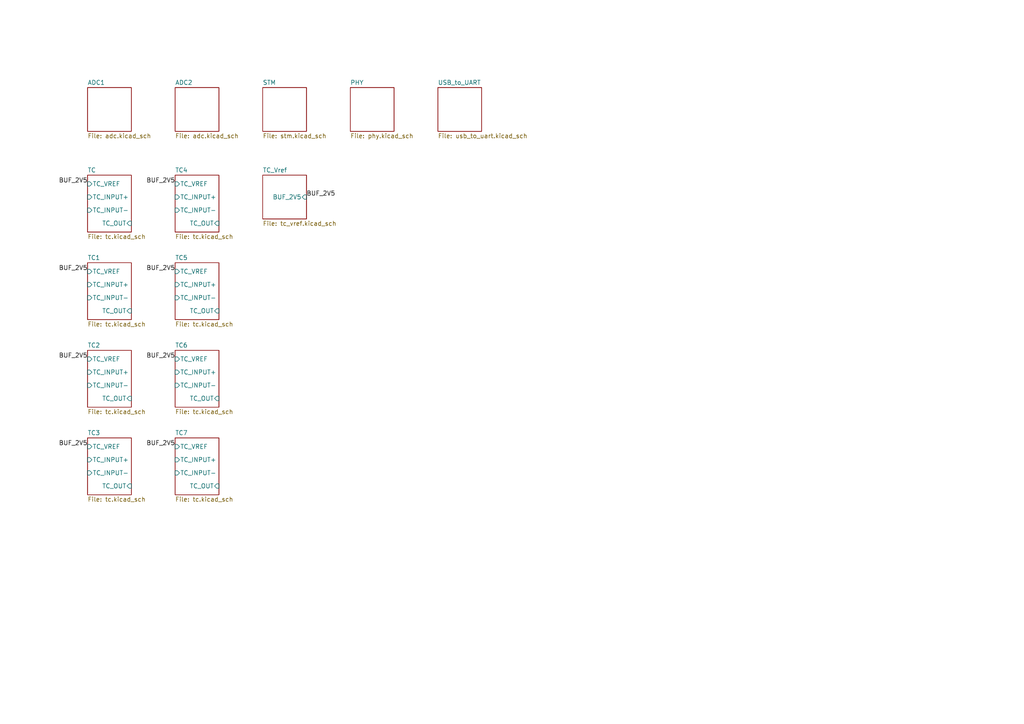
<source format=kicad_sch>
(kicad_sch
	(version 20250114)
	(generator "eeschema")
	(generator_version "9.0")
	(uuid "2e5bfe72-277e-40a6-babb-0928c11aa964")
	(paper "A4")
	(lib_symbols)
	(label "BUF_2V5"
		(at 88.9 57.15 0)
		(effects
			(font
				(size 1.27 1.27)
			)
			(justify left bottom)
		)
		(uuid "0435f18c-f408-4d5c-8fee-8eaa6104ee02")
	)
	(label "BUF_2V5"
		(at 50.8 104.14 180)
		(effects
			(font
				(size 1.27 1.27)
			)
			(justify right bottom)
		)
		(uuid "0c2aeced-6c70-44a1-8096-c2aef534e7f4")
	)
	(label "BUF_2V5"
		(at 25.4 53.34 180)
		(effects
			(font
				(size 1.27 1.27)
			)
			(justify right bottom)
		)
		(uuid "37119049-cce8-4bc0-8a72-7dc84199e450")
	)
	(label "BUF_2V5"
		(at 50.8 53.34 180)
		(effects
			(font
				(size 1.27 1.27)
			)
			(justify right bottom)
		)
		(uuid "4f245599-6801-496f-ac34-79edb658dce1")
	)
	(label "BUF_2V5"
		(at 25.4 129.54 180)
		(effects
			(font
				(size 1.27 1.27)
			)
			(justify right bottom)
		)
		(uuid "7872c90c-46bb-442c-81b7-4364551fc2bc")
	)
	(label "BUF_2V5"
		(at 50.8 129.54 180)
		(effects
			(font
				(size 1.27 1.27)
			)
			(justify right bottom)
		)
		(uuid "8c29ed46-4835-4934-8c63-e28caf352d55")
	)
	(label "BUF_2V5"
		(at 25.4 104.14 180)
		(effects
			(font
				(size 1.27 1.27)
			)
			(justify right bottom)
		)
		(uuid "a433f4cf-bbb3-4c53-9b10-e4c7ada2b97f")
	)
	(label "BUF_2V5"
		(at 50.8 78.74 180)
		(effects
			(font
				(size 1.27 1.27)
			)
			(justify right bottom)
		)
		(uuid "ca91fa17-97c4-467d-84f6-9f31c4d1cc9a")
	)
	(label "BUF_2V5"
		(at 25.4 78.74 180)
		(effects
			(font
				(size 1.27 1.27)
			)
			(justify right bottom)
		)
		(uuid "d750308d-6ff2-479a-b67d-b8a1fed5a2e0")
	)
	(sheet
		(at 50.8 127)
		(size 12.7 16.51)
		(exclude_from_sim no)
		(in_bom yes)
		(on_board yes)
		(dnp no)
		(fields_autoplaced yes)
		(stroke
			(width 0.1524)
			(type solid)
		)
		(fill
			(color 0 0 0 0.0000)
		)
		(uuid "070729ba-fd4e-4657-8531-e0f12af4ede0")
		(property "Sheetname" "TC7"
			(at 50.8 126.2884 0)
			(effects
				(font
					(size 1.27 1.27)
				)
				(justify left bottom)
			)
		)
		(property "Sheetfile" "tc.kicad_sch"
			(at 50.8 144.0946 0)
			(effects
				(font
					(size 1.27 1.27)
				)
				(justify left top)
			)
		)
		(pin "TC_INPUT+" input
			(at 50.8 133.35 180)
			(uuid "27d9bf2f-fd6f-4d13-ae7f-4e9ee13bc895")
			(effects
				(font
					(size 1.27 1.27)
				)
				(justify left)
			)
		)
		(pin "TC_INPUT-" input
			(at 50.8 137.16 180)
			(uuid "c35ab6e1-b0f9-4cb5-80bb-aba567f3f402")
			(effects
				(font
					(size 1.27 1.27)
				)
				(justify left)
			)
		)
		(pin "TC_OUT" input
			(at 63.5 140.97 0)
			(uuid "664d9f03-2f61-4559-bbf8-738973fdb64c")
			(effects
				(font
					(size 1.27 1.27)
				)
				(justify right)
			)
		)
		(pin "TC_VREF" input
			(at 50.8 129.54 180)
			(uuid "9bb6d81c-f36d-4d8f-8c7f-42b684d87e8f")
			(effects
				(font
					(size 1.27 1.27)
				)
				(justify left)
			)
		)
		(instances
			(project "main_fc"
				(path "/2e5bfe72-277e-40a6-babb-0928c11aa964"
					(page "15")
				)
			)
		)
	)
	(sheet
		(at 25.4 101.6)
		(size 12.7 16.51)
		(exclude_from_sim no)
		(in_bom yes)
		(on_board yes)
		(dnp no)
		(fields_autoplaced yes)
		(stroke
			(width 0.1524)
			(type solid)
		)
		(fill
			(color 0 0 0 0.0000)
		)
		(uuid "21ee656c-7f17-4714-8bce-a7e3e3126d93")
		(property "Sheetname" "TC2"
			(at 25.4 100.8884 0)
			(effects
				(font
					(size 1.27 1.27)
				)
				(justify left bottom)
			)
		)
		(property "Sheetfile" "tc.kicad_sch"
			(at 25.4 118.6946 0)
			(effects
				(font
					(size 1.27 1.27)
				)
				(justify left top)
			)
		)
		(pin "TC_INPUT+" input
			(at 25.4 107.95 180)
			(uuid "741cd515-8aef-4e18-9667-756743c93ce1")
			(effects
				(font
					(size 1.27 1.27)
				)
				(justify left)
			)
		)
		(pin "TC_INPUT-" input
			(at 25.4 111.76 180)
			(uuid "4ec1bd47-5113-4e0a-b5eb-dfba43157fe5")
			(effects
				(font
					(size 1.27 1.27)
				)
				(justify left)
			)
		)
		(pin "TC_OUT" input
			(at 38.1 115.57 0)
			(uuid "23ccc501-68fe-46a0-81de-413f0b43399c")
			(effects
				(font
					(size 1.27 1.27)
				)
				(justify right)
			)
		)
		(pin "TC_VREF" input
			(at 25.4 104.14 180)
			(uuid "ac8ed4a6-4d91-4646-9f79-5697c834f02c")
			(effects
				(font
					(size 1.27 1.27)
				)
				(justify left)
			)
		)
		(instances
			(project "main_fc"
				(path "/2e5bfe72-277e-40a6-babb-0928c11aa964"
					(page "10")
				)
			)
		)
	)
	(sheet
		(at 50.8 76.2)
		(size 12.7 16.51)
		(exclude_from_sim no)
		(in_bom yes)
		(on_board yes)
		(dnp no)
		(fields_autoplaced yes)
		(stroke
			(width 0.1524)
			(type solid)
		)
		(fill
			(color 0 0 0 0.0000)
		)
		(uuid "3301cbe5-2527-4d61-b1d0-e3153281d4c7")
		(property "Sheetname" "TC5"
			(at 50.8 75.4884 0)
			(effects
				(font
					(size 1.27 1.27)
				)
				(justify left bottom)
			)
		)
		(property "Sheetfile" "tc.kicad_sch"
			(at 50.8 93.2946 0)
			(effects
				(font
					(size 1.27 1.27)
				)
				(justify left top)
			)
		)
		(pin "TC_INPUT+" input
			(at 50.8 82.55 180)
			(uuid "b6124710-9487-446e-ac66-6805213d3831")
			(effects
				(font
					(size 1.27 1.27)
				)
				(justify left)
			)
		)
		(pin "TC_INPUT-" input
			(at 50.8 86.36 180)
			(uuid "6363dd41-9467-40f8-b41b-1ef9e7686770")
			(effects
				(font
					(size 1.27 1.27)
				)
				(justify left)
			)
		)
		(pin "TC_OUT" input
			(at 63.5 90.17 0)
			(uuid "12a23027-10d1-4995-9a7b-e1d7bc541fd2")
			(effects
				(font
					(size 1.27 1.27)
				)
				(justify right)
			)
		)
		(pin "TC_VREF" input
			(at 50.8 78.74 180)
			(uuid "3fce952a-bbbd-4608-b3d1-f4ad18ddf516")
			(effects
				(font
					(size 1.27 1.27)
				)
				(justify left)
			)
		)
		(instances
			(project "main_fc"
				(path "/2e5bfe72-277e-40a6-babb-0928c11aa964"
					(page "13")
				)
			)
		)
	)
	(sheet
		(at 25.4 76.2)
		(size 12.7 16.51)
		(exclude_from_sim no)
		(in_bom yes)
		(on_board yes)
		(dnp no)
		(fields_autoplaced yes)
		(stroke
			(width 0.1524)
			(type solid)
		)
		(fill
			(color 0 0 0 0.0000)
		)
		(uuid "56cd4900-f101-4efb-b5f0-4980026460ff")
		(property "Sheetname" "TC1"
			(at 25.4 75.4884 0)
			(effects
				(font
					(size 1.27 1.27)
				)
				(justify left bottom)
			)
		)
		(property "Sheetfile" "tc.kicad_sch"
			(at 25.4 93.2946 0)
			(effects
				(font
					(size 1.27 1.27)
				)
				(justify left top)
			)
		)
		(pin "TC_INPUT+" input
			(at 25.4 82.55 180)
			(uuid "5ae0f266-793a-4ea7-9d72-f2f3833fa4ed")
			(effects
				(font
					(size 1.27 1.27)
				)
				(justify left)
			)
		)
		(pin "TC_INPUT-" input
			(at 25.4 86.36 180)
			(uuid "e5c91cff-1aa5-457c-a0da-e8b112c14f9a")
			(effects
				(font
					(size 1.27 1.27)
				)
				(justify left)
			)
		)
		(pin "TC_OUT" input
			(at 38.1 90.17 0)
			(uuid "d1793634-d117-4728-8286-89a9829225a1")
			(effects
				(font
					(size 1.27 1.27)
				)
				(justify right)
			)
		)
		(pin "TC_VREF" input
			(at 25.4 78.74 180)
			(uuid "376facba-58a5-41d5-9b83-9d819496c614")
			(effects
				(font
					(size 1.27 1.27)
				)
				(justify left)
			)
		)
		(instances
			(project "main_fc"
				(path "/2e5bfe72-277e-40a6-babb-0928c11aa964"
					(page "9")
				)
			)
		)
	)
	(sheet
		(at 50.8 101.6)
		(size 12.7 16.51)
		(exclude_from_sim no)
		(in_bom yes)
		(on_board yes)
		(dnp no)
		(fields_autoplaced yes)
		(stroke
			(width 0.1524)
			(type solid)
		)
		(fill
			(color 0 0 0 0.0000)
		)
		(uuid "91e8ab3a-b987-4146-b202-11a979b42490")
		(property "Sheetname" "TC6"
			(at 50.8 100.8884 0)
			(effects
				(font
					(size 1.27 1.27)
				)
				(justify left bottom)
			)
		)
		(property "Sheetfile" "tc.kicad_sch"
			(at 50.8 118.6946 0)
			(effects
				(font
					(size 1.27 1.27)
				)
				(justify left top)
			)
		)
		(pin "TC_INPUT+" input
			(at 50.8 107.95 180)
			(uuid "8da993ef-e905-4934-96d9-1d847f8ac79f")
			(effects
				(font
					(size 1.27 1.27)
				)
				(justify left)
			)
		)
		(pin "TC_INPUT-" input
			(at 50.8 111.76 180)
			(uuid "57db1945-5e02-40cb-ac57-ed64be38d057")
			(effects
				(font
					(size 1.27 1.27)
				)
				(justify left)
			)
		)
		(pin "TC_OUT" input
			(at 63.5 115.57 0)
			(uuid "970a7db5-735c-479c-8f9b-ff0c47dee813")
			(effects
				(font
					(size 1.27 1.27)
				)
				(justify right)
			)
		)
		(pin "TC_VREF" input
			(at 50.8 104.14 180)
			(uuid "d1110dbd-faa0-459c-ac21-d3ee2535e8ac")
			(effects
				(font
					(size 1.27 1.27)
				)
				(justify left)
			)
		)
		(instances
			(project "main_fc"
				(path "/2e5bfe72-277e-40a6-babb-0928c11aa964"
					(page "14")
				)
			)
		)
	)
	(sheet
		(at 25.4 25.4)
		(size 12.7 12.7)
		(exclude_from_sim no)
		(in_bom yes)
		(on_board yes)
		(dnp no)
		(fields_autoplaced yes)
		(stroke
			(width 0.1524)
			(type solid)
		)
		(fill
			(color 0 0 0 0.0000)
		)
		(uuid "a4566ebe-5842-42c2-9e3b-4323b966403d")
		(property "Sheetname" "ADC1"
			(at 25.4 24.6884 0)
			(effects
				(font
					(size 1.27 1.27)
				)
				(justify left bottom)
			)
		)
		(property "Sheetfile" "adc.kicad_sch"
			(at 25.4 38.6846 0)
			(effects
				(font
					(size 1.27 1.27)
				)
				(justify left top)
			)
		)
		(instances
			(project "main_fc"
				(path "/2e5bfe72-277e-40a6-babb-0928c11aa964"
					(page "2")
				)
			)
		)
	)
	(sheet
		(at 76.2 50.8)
		(size 12.7 12.7)
		(exclude_from_sim no)
		(in_bom yes)
		(on_board yes)
		(dnp no)
		(fields_autoplaced yes)
		(stroke
			(width 0.1524)
			(type solid)
		)
		(fill
			(color 0 0 0 0.0000)
		)
		(uuid "a49bae17-fa63-4253-a1a4-787b012d478b")
		(property "Sheetname" "TC_Vref"
			(at 76.2 50.0884 0)
			(effects
				(font
					(size 1.27 1.27)
				)
				(justify left bottom)
			)
		)
		(property "Sheetfile" "tc_vref.kicad_sch"
			(at 76.2 64.0846 0)
			(effects
				(font
					(size 1.27 1.27)
				)
				(justify left top)
			)
		)
		(pin "BUF_2V5" input
			(at 88.9 57.15 0)
			(uuid "97891240-2d14-4291-bfbc-e40b9306b6c9")
			(effects
				(font
					(size 1.27 1.27)
				)
				(justify right)
			)
		)
		(instances
			(project "main_fc"
				(path "/2e5bfe72-277e-40a6-babb-0928c11aa964"
					(page "4")
				)
			)
		)
	)
	(sheet
		(at 50.8 25.4)
		(size 12.7 12.7)
		(exclude_from_sim no)
		(in_bom yes)
		(on_board yes)
		(dnp no)
		(fields_autoplaced yes)
		(stroke
			(width 0.1524)
			(type solid)
		)
		(fill
			(color 0 0 0 0.0000)
		)
		(uuid "a7dd3222-4369-4cd0-b99f-654e2822078d")
		(property "Sheetname" "ADC2"
			(at 50.8 24.6884 0)
			(effects
				(font
					(size 1.27 1.27)
				)
				(justify left bottom)
			)
		)
		(property "Sheetfile" "adc.kicad_sch"
			(at 50.8 38.6846 0)
			(effects
				(font
					(size 1.27 1.27)
				)
				(justify left top)
			)
		)
		(instances
			(project "main_fc"
				(path "/2e5bfe72-277e-40a6-babb-0928c11aa964"
					(page "8")
				)
			)
		)
	)
	(sheet
		(at 127 25.4)
		(size 12.7 12.7)
		(exclude_from_sim no)
		(in_bom yes)
		(on_board yes)
		(dnp no)
		(fields_autoplaced yes)
		(stroke
			(width 0.1524)
			(type solid)
		)
		(fill
			(color 0 0 0 0.0000)
		)
		(uuid "acf68788-bc39-4e66-824a-e6e1af3717de")
		(property "Sheetname" "USB_to_UART"
			(at 127 24.6884 0)
			(effects
				(font
					(size 1.27 1.27)
				)
				(justify left bottom)
			)
		)
		(property "Sheetfile" "usb_to_uart.kicad_sch"
			(at 127 38.6846 0)
			(effects
				(font
					(size 1.27 1.27)
				)
				(justify left top)
			)
		)
		(instances
			(project "main_fc"
				(path "/2e5bfe72-277e-40a6-babb-0928c11aa964"
					(page "7")
				)
			)
		)
	)
	(sheet
		(at 25.4 127)
		(size 12.7 16.51)
		(exclude_from_sim no)
		(in_bom yes)
		(on_board yes)
		(dnp no)
		(fields_autoplaced yes)
		(stroke
			(width 0.1524)
			(type solid)
		)
		(fill
			(color 0 0 0 0.0000)
		)
		(uuid "b00a60d1-a6fd-4a41-bdd1-5271f7dc77ee")
		(property "Sheetname" "TC3"
			(at 25.4 126.2884 0)
			(effects
				(font
					(size 1.27 1.27)
				)
				(justify left bottom)
			)
		)
		(property "Sheetfile" "tc.kicad_sch"
			(at 25.4 144.0946 0)
			(effects
				(font
					(size 1.27 1.27)
				)
				(justify left top)
			)
		)
		(pin "TC_INPUT+" input
			(at 25.4 133.35 180)
			(uuid "a14ef6b6-c93e-4182-a604-e13f10a90623")
			(effects
				(font
					(size 1.27 1.27)
				)
				(justify left)
			)
		)
		(pin "TC_INPUT-" input
			(at 25.4 137.16 180)
			(uuid "3bf17539-3015-462f-9444-20cf8a839e92")
			(effects
				(font
					(size 1.27 1.27)
				)
				(justify left)
			)
		)
		(pin "TC_OUT" input
			(at 38.1 140.97 0)
			(uuid "9cbd5fac-a1a4-423a-afb2-5e211c9721b2")
			(effects
				(font
					(size 1.27 1.27)
				)
				(justify right)
			)
		)
		(pin "TC_VREF" input
			(at 25.4 129.54 180)
			(uuid "70c91ba8-8294-4686-ae90-229d3674041d")
			(effects
				(font
					(size 1.27 1.27)
				)
				(justify left)
			)
		)
		(instances
			(project "main_fc"
				(path "/2e5bfe72-277e-40a6-babb-0928c11aa964"
					(page "11")
				)
			)
		)
	)
	(sheet
		(at 50.8 50.8)
		(size 12.7 16.51)
		(exclude_from_sim no)
		(in_bom yes)
		(on_board yes)
		(dnp no)
		(fields_autoplaced yes)
		(stroke
			(width 0.1524)
			(type solid)
		)
		(fill
			(color 0 0 0 0.0000)
		)
		(uuid "c7576994-4b0e-45d3-a6d6-664408f5f781")
		(property "Sheetname" "TC4"
			(at 50.8 50.0884 0)
			(effects
				(font
					(size 1.27 1.27)
				)
				(justify left bottom)
			)
		)
		(property "Sheetfile" "tc.kicad_sch"
			(at 50.8 67.8946 0)
			(effects
				(font
					(size 1.27 1.27)
				)
				(justify left top)
			)
		)
		(pin "TC_INPUT+" input
			(at 50.8 57.15 180)
			(uuid "9e9dc74e-c1c0-45d7-b4ce-c635fd51e009")
			(effects
				(font
					(size 1.27 1.27)
				)
				(justify left)
			)
		)
		(pin "TC_INPUT-" input
			(at 50.8 60.96 180)
			(uuid "e17fa790-d443-44f3-8e29-80e99e0004f4")
			(effects
				(font
					(size 1.27 1.27)
				)
				(justify left)
			)
		)
		(pin "TC_OUT" input
			(at 63.5 64.77 0)
			(uuid "339225f5-bf8c-4d2b-a6c6-09520a6e034a")
			(effects
				(font
					(size 1.27 1.27)
				)
				(justify right)
			)
		)
		(pin "TC_VREF" input
			(at 50.8 53.34 180)
			(uuid "c969872b-5706-4790-8067-e01632c5cd82")
			(effects
				(font
					(size 1.27 1.27)
				)
				(justify left)
			)
		)
		(instances
			(project "main_fc"
				(path "/2e5bfe72-277e-40a6-babb-0928c11aa964"
					(page "12")
				)
			)
		)
	)
	(sheet
		(at 25.4 50.8)
		(size 12.7 16.51)
		(exclude_from_sim no)
		(in_bom yes)
		(on_board yes)
		(dnp no)
		(fields_autoplaced yes)
		(stroke
			(width 0.1524)
			(type solid)
		)
		(fill
			(color 0 0 0 0.0000)
		)
		(uuid "ce2fe30e-424d-4eba-ab23-4fe60d294bf6")
		(property "Sheetname" "TC"
			(at 25.4 50.0884 0)
			(effects
				(font
					(size 1.27 1.27)
				)
				(justify left bottom)
			)
		)
		(property "Sheetfile" "tc.kicad_sch"
			(at 25.4 67.8946 0)
			(effects
				(font
					(size 1.27 1.27)
				)
				(justify left top)
			)
		)
		(pin "TC_INPUT+" input
			(at 25.4 57.15 180)
			(uuid "2b2c0610-1a04-4ea4-b08a-47eaea4675be")
			(effects
				(font
					(size 1.27 1.27)
				)
				(justify left)
			)
		)
		(pin "TC_INPUT-" input
			(at 25.4 60.96 180)
			(uuid "b3628f8c-9373-4a76-a4c9-173c3da91831")
			(effects
				(font
					(size 1.27 1.27)
				)
				(justify left)
			)
		)
		(pin "TC_OUT" input
			(at 38.1 64.77 0)
			(uuid "cd43d3ed-cfaa-4272-b6cc-bd1274ec0d5b")
			(effects
				(font
					(size 1.27 1.27)
				)
				(justify right)
			)
		)
		(pin "TC_VREF" input
			(at 25.4 53.34 180)
			(uuid "81436b73-ed23-4d0a-9943-bc504af8a597")
			(effects
				(font
					(size 1.27 1.27)
				)
				(justify left)
			)
		)
		(instances
			(project "main_fc"
				(path "/2e5bfe72-277e-40a6-babb-0928c11aa964"
					(page "3")
				)
			)
		)
	)
	(sheet
		(at 76.2 25.4)
		(size 12.7 12.7)
		(exclude_from_sim no)
		(in_bom yes)
		(on_board yes)
		(dnp no)
		(fields_autoplaced yes)
		(stroke
			(width 0.1524)
			(type solid)
		)
		(fill
			(color 0 0 0 0.0000)
		)
		(uuid "e96609bc-dbc9-4cb0-9094-d58c944cef19")
		(property "Sheetname" "STM"
			(at 76.2 24.6884 0)
			(effects
				(font
					(size 1.27 1.27)
				)
				(justify left bottom)
			)
		)
		(property "Sheetfile" "stm.kicad_sch"
			(at 76.2 38.6846 0)
			(effects
				(font
					(size 1.27 1.27)
				)
				(justify left top)
			)
		)
		(instances
			(project "main_fc"
				(path "/2e5bfe72-277e-40a6-babb-0928c11aa964"
					(page "5")
				)
			)
		)
	)
	(sheet
		(at 101.6 25.4)
		(size 12.7 12.7)
		(exclude_from_sim no)
		(in_bom yes)
		(on_board yes)
		(dnp no)
		(fields_autoplaced yes)
		(stroke
			(width 0.1524)
			(type solid)
		)
		(fill
			(color 0 0 0 0.0000)
		)
		(uuid "ee27335b-19fb-40ee-b548-f13966a2bc82")
		(property "Sheetname" "PHY"
			(at 101.6 24.6884 0)
			(effects
				(font
					(size 1.27 1.27)
				)
				(justify left bottom)
			)
		)
		(property "Sheetfile" "phy.kicad_sch"
			(at 101.6 38.6846 0)
			(effects
				(font
					(size 1.27 1.27)
				)
				(justify left top)
			)
		)
		(instances
			(project "main_fc"
				(path "/2e5bfe72-277e-40a6-babb-0928c11aa964"
					(page "6")
				)
			)
		)
	)
	(sheet_instances
		(path "/"
			(page "1")
		)
	)
	(embedded_fonts no)
)

</source>
